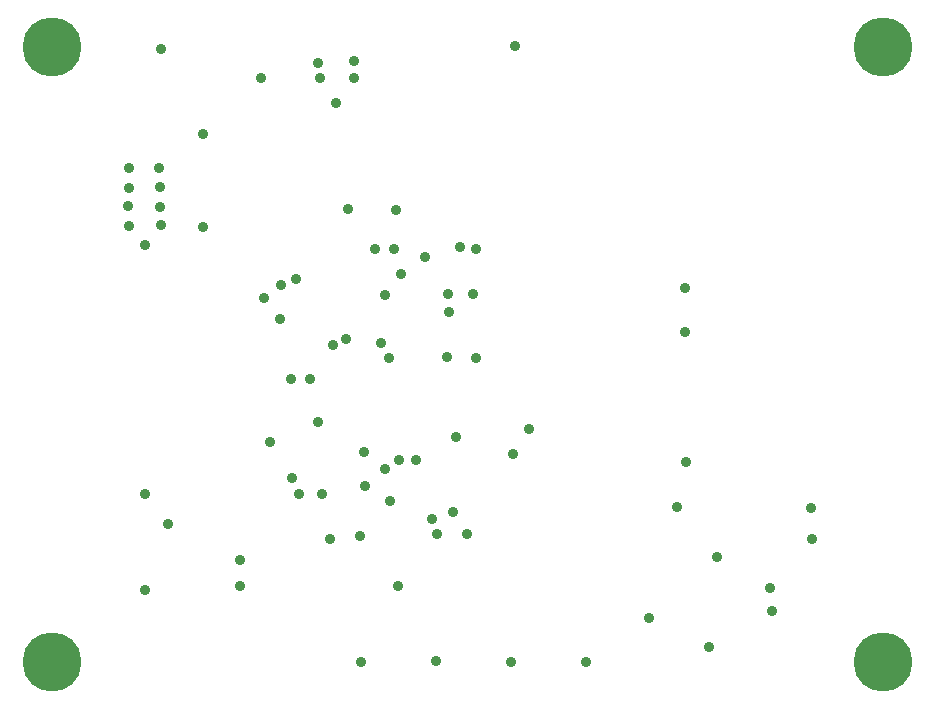
<source format=gbr>
G04 start of page 4 for group 2 idx 2 *
G04 Title: (unknown), signal2 *
G04 Creator: pcb 20140316 *
G04 CreationDate: Wed Jul  8 14:59:58 2015 UTC *
G04 For: frankenteddy *
G04 Format: Gerber/RS-274X *
G04 PCB-Dimensions (mil): 3270.00 2515.00 *
G04 PCB-Coordinate-Origin: lower left *
%MOIN*%
%FSLAX25Y25*%
%LNGROUP2*%
%ADD39C,0.0150*%
%ADD38C,0.1575*%
%ADD37C,0.0350*%
%ADD36C,0.1968*%
G54D36*X21000Y24500D03*
G54D37*X52000Y48500D03*
Y80500D03*
X59900Y70400D03*
G54D36*X21000Y229500D03*
G54D37*X57300Y228700D03*
X52000Y163500D03*
X56600Y188900D03*
X46700D03*
X46600Y182500D03*
X57000Y182700D03*
X46600Y169700D03*
X46500Y176300D03*
X57200Y176200D03*
X57500Y169900D03*
X71500Y169300D03*
X71400Y200500D03*
X97500Y150100D03*
X97000Y138600D03*
X135800Y175100D03*
X135200Y162000D03*
X132100Y146800D03*
X137500Y153600D03*
X153400Y141200D03*
X128800Y162200D03*
X162500D03*
X157100Y162700D03*
X145500Y159400D03*
X102400Y152200D03*
X91600Y145700D03*
X159300Y67000D03*
X136300Y49800D03*
X113600Y65500D03*
X149200Y24600D03*
X124100Y24500D03*
X174100D03*
X119600Y175500D03*
X175300Y229600D03*
X115600Y210800D03*
X121800Y219200D03*
X110300Y219100D03*
X90800Y219200D03*
X121700Y224600D03*
X109700Y224000D03*
X153000Y147000D03*
X161500D03*
X232000Y134500D03*
Y149000D03*
X180000Y102000D03*
X155900Y99300D03*
G54D36*X298000Y229500D03*
G54D37*X274200Y75800D03*
X232500Y91000D03*
X229500Y76000D03*
X154800Y74300D03*
X240000Y29500D03*
X174900Y93600D03*
X220100Y39000D03*
X261000Y41500D03*
X242800Y59500D03*
X260500Y49100D03*
G54D36*X298000Y24500D03*
G54D37*X274500Y65500D03*
X199200Y24400D03*
X162450Y125850D03*
X152700Y126100D03*
X130900Y130600D03*
X114700Y130200D03*
X119000Y131900D03*
X133400Y125800D03*
X100900Y118600D03*
X125000Y94500D03*
X109800Y104400D03*
X107000Y118800D03*
X93900Y97800D03*
X83900Y49800D03*
Y58500D03*
X103400Y80300D03*
X101000Y85700D03*
X123700Y66400D03*
X111200Y80300D03*
X125400Y83000D03*
X136700Y91600D03*
X132100Y88700D03*
X149400Y67100D03*
X147603Y71897D03*
X142500Y91800D03*
X133800Y78200D03*
G54D38*G54D39*G54D38*G54D39*G54D38*G54D39*G54D38*G54D39*M02*

</source>
